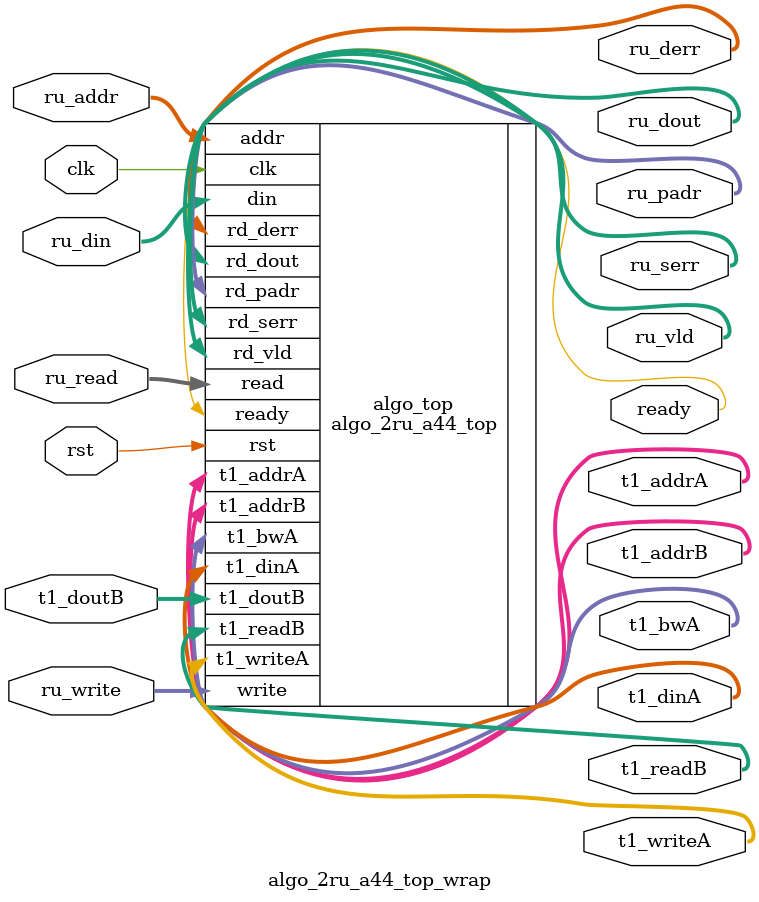
<source format=v>
/*
 * Copyright (C) 2011 Memoir Systems Inc. These coded instructions, statements, and computer programs are
 * Confidential Proprietary Information of Memoir Systems Inc. and may not be disclosed to third parties
 * or copied in any form, in whole or in part, without the prior written consent of Memoir Systems Inc.
 *
 * */

module algo_2ru_a44_top_wrap
  #(parameter   IP_WIDTH = 8,
    parameter   IP_BITWIDTH = 3,
    parameter   IP_DECCBITS = 4,
    parameter   IP_NUMADDR = 2048,
    parameter   IP_BITADDR = 11,
    parameter   IP_NUMVBNK = 1,
    parameter   IP_BITVBNK = 1,
    parameter   IP_BITPBNK = 2,
    parameter   IP_SECCBITS = 8,
    parameter   IP_SECCDWIDTH = 2,
    parameter   IP_ENAECC = 0,
    parameter   IP_ENAPAR = 0,
    parameter   FLOPADD = 0,
    parameter   FLOPIN = 0,
    parameter   FLOPOUT = 0,
    parameter   FLOPMEM = 0,
    parameter   FLOPECC = 0,
    parameter   FLOPCMD = 0,
    parameter   T1_WIDTH = 32,
    parameter   T1_NUMVBNK = 4,
    parameter   T1_BITVBNK = 2,
    parameter   T1_DELAY = 1,
    parameter   T1_NUMVROW = 2048,
    parameter   T1_BITVROW = 11,
    parameter   T1_BITWSPF = 0,
    parameter   T1_NUMWRDS = 4,
    parameter   T1_BITWRDS = 2,
    parameter   T1_NUMSROW = 512,
    parameter   T1_BITSROW = 9,
    parameter   T1_PHYWDTH = 32)
  (clk, rst, ready,
   ru_read,
   ru_write,
   ru_addr,
   ru_din,
   ru_dout,
   ru_vld,
   ru_serr,
   ru_derr,
   ru_padr,
   t1_readB,
   t1_addrB,
   t1_doutB,
   t1_writeA,
   t1_addrA,
   t1_dinA,
   t1_bwA);

  // MEMOIR_TRANSLATE_OFF

  parameter WIDTH   = IP_WIDTH;
  parameter BITWDTH = IP_BITWIDTH;
  parameter ENAPAR  = IP_ENAPAR;
  parameter ENAECC =  IP_ENAECC;
  parameter ECCWDTH = IP_DECCBITS;
  parameter NUMADDR = IP_NUMADDR;
  parameter BITADDR = IP_BITADDR;
  parameter NUMRUPT = 2;
  parameter NUMPBNK = 4; // NUMRUPT*NUMRUPT
  parameter BITPBNK = 2;
  parameter NUMWRDS = T1_NUMWRDS;      // ALIGN Parameters
  parameter BITWRDS = T1_BITWRDS;
  parameter NUMVROW = T1_NUMSROW;
  parameter BITVROW = T1_BITSROW;
  parameter MEMWDTH = ENAPAR ? NUMWRDS*WIDTH+1 : ENAECC ? NUMWRDS*WIDTH+ECCWDTH : NUMWRDS*WIDTH;
  parameter PHYWDTH = T1_PHYWDTH;
  parameter SRAM_DELAY = T1_DELAY;
  parameter UPD_DELAY = 2;
  parameter BITPADR = BITPBNK+BITVROW+BITWRDS+1;

  input [NUMRUPT-1:0]                  ru_read;
  input [NUMRUPT-1:0]                  ru_write;
  input [NUMRUPT*BITADDR-1:0]          ru_addr;
  input [NUMRUPT*WIDTH-1:0]            ru_din;
  output [NUMRUPT-1:0]                 ru_vld;
  output [NUMRUPT*WIDTH-1:0]           ru_dout;
  output [NUMRUPT-1:0]                 ru_serr;
  output [NUMRUPT-1:0]                 ru_derr;
  output [2*BITPADR-1:0]               ru_padr;
  output                               ready;
  input                                clk;
  input                                rst;

  output [NUMPBNK-1:0]                 t1_writeA;
  output [NUMPBNK*BITVROW-1:0]         t1_addrA;
  output [NUMPBNK*PHYWDTH-1:0]         t1_bwA;
  output [NUMPBNK*PHYWDTH-1:0]         t1_dinA;

  output [NUMPBNK-1:0]                 t1_readB;
  output [NUMPBNK*BITVROW-1:0]         t1_addrB;
  input [NUMPBNK*PHYWDTH-1:0]          t1_doutB;

  algo_2ru_a44_top #(.WIDTH(WIDTH), .BITWDTH(BITWDTH), .ENAPAR(ENAPAR), .ENAECC(ENAECC), .ECCWDTH(ECCWDTH),
                     .NUMADDR(NUMADDR), .BITADDR(BITADDR), .NUMRUPT(NUMRUPT),
                     .NUMPBNK(NUMPBNK), .BITPBNK(BITPBNK),
                     .NUMWRDS(NUMWRDS), .BITWRDS(BITWRDS), .NUMVROW(NUMVROW), .BITVROW(BITVROW), .PHYWDTH(PHYWDTH),
                     .SRAM_DELAY(SRAM_DELAY), .UPD_DELAY(UPD_DELAY), .FLOPIN(FLOPIN), .FLOPMEM(FLOPMEM), .FLOPOUT(FLOPOUT), .FLOPECC(FLOPECC))

  algo_top(.clk(clk), .rst(rst), .ready(ready),
           .read(ru_read), .write(ru_write), .addr(ru_addr), .din(ru_din),
           .rd_vld(ru_vld), .rd_dout(ru_dout), .rd_serr(ru_serr), .rd_derr(ru_derr),
           .rd_padr(ru_padr), .t1_writeA(t1_writeA), .t1_addrA(t1_addrA),
           .t1_bwA(t1_bwA), .t1_dinA(t1_dinA), .t1_readB(t1_readB), .t1_addrB(t1_addrB),
           .t1_doutB(t1_doutB));

  // MEMOIR_TRANSLATE_ON

endmodule // algo_2ru_a44_top_wrap

</source>
